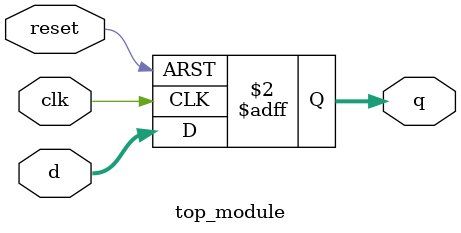
<source format=sv>
module top_module(
	input clk,
	input [7:0] d,
	input reset,
	output reg [7:0] q);

always @(posedge clk or posedge reset) begin
	if (reset) begin
		q <= 8'b00000000; // reset q to 0 when reset is high
	end else begin
		q <= d; // store data input d to output q on clock's rising edge
	end
end

endmodule

</source>
